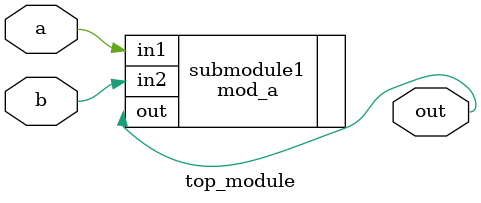
<source format=v>
module top_module ( input a, input b, output out );
    mod_a submodule1(.in1(a),
                     .in2(b),
                     .out(out)
                    );
endmodule

</source>
